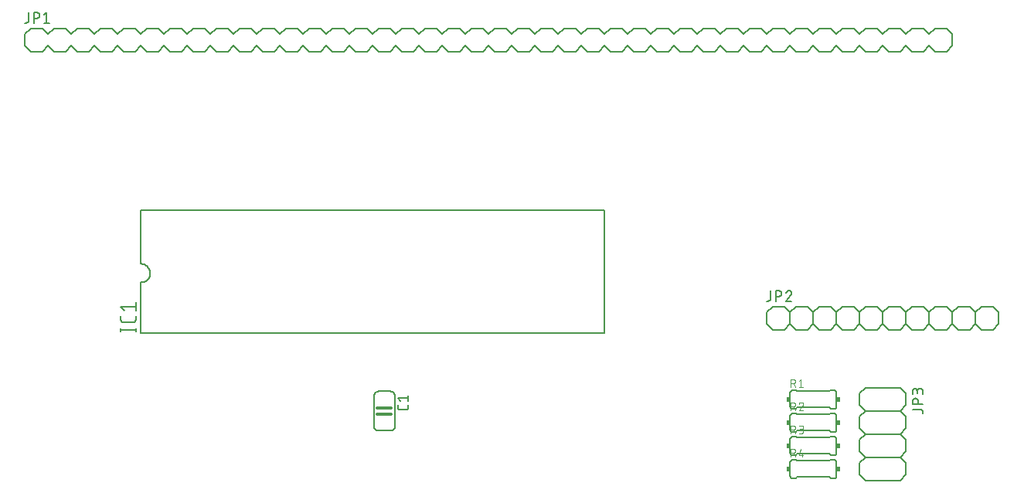
<source format=gbr>
G04 EAGLE Gerber RS-274X export*
G75*
%MOMM*%
%FSLAX34Y34*%
%LPD*%
%INSilkscreen Top*%
%IPPOS*%
%AMOC8*
5,1,8,0,0,1.08239X$1,22.5*%
G01*
%ADD10C,0.152400*%
%ADD11C,0.127000*%
%ADD12C,0.304800*%
%ADD13R,0.381000X0.508000*%
%ADD14C,0.101600*%


D10*
X673100Y791210D02*
X165100Y791210D01*
X165100Y656590D02*
X673100Y656590D01*
X673100Y791210D01*
X165100Y791210D02*
X165100Y732790D01*
X165100Y712470D02*
X165100Y656590D01*
X165100Y712470D02*
X165347Y712473D01*
X165595Y712482D01*
X165842Y712497D01*
X166088Y712518D01*
X166334Y712545D01*
X166579Y712578D01*
X166824Y712617D01*
X167067Y712662D01*
X167309Y712713D01*
X167550Y712770D01*
X167789Y712832D01*
X168027Y712901D01*
X168263Y712975D01*
X168497Y713055D01*
X168729Y713140D01*
X168959Y713232D01*
X169187Y713328D01*
X169412Y713431D01*
X169635Y713538D01*
X169855Y713652D01*
X170072Y713770D01*
X170287Y713894D01*
X170498Y714023D01*
X170706Y714157D01*
X170911Y714296D01*
X171112Y714440D01*
X171310Y714588D01*
X171504Y714742D01*
X171694Y714900D01*
X171880Y715063D01*
X172062Y715230D01*
X172240Y715402D01*
X172414Y715578D01*
X172584Y715758D01*
X172749Y715943D01*
X172909Y716131D01*
X173065Y716323D01*
X173217Y716519D01*
X173363Y716718D01*
X173505Y716921D01*
X173641Y717128D01*
X173773Y717337D01*
X173899Y717550D01*
X174020Y717766D01*
X174136Y717984D01*
X174246Y718206D01*
X174351Y718430D01*
X174451Y718656D01*
X174545Y718885D01*
X174633Y719116D01*
X174716Y719350D01*
X174793Y719585D01*
X174864Y719822D01*
X174930Y720060D01*
X174989Y720300D01*
X175043Y720542D01*
X175091Y720785D01*
X175133Y721028D01*
X175169Y721273D01*
X175199Y721519D01*
X175223Y721765D01*
X175241Y722012D01*
X175253Y722259D01*
X175259Y722506D01*
X175259Y722754D01*
X175253Y723001D01*
X175241Y723248D01*
X175223Y723495D01*
X175199Y723741D01*
X175169Y723987D01*
X175133Y724232D01*
X175091Y724475D01*
X175043Y724718D01*
X174989Y724960D01*
X174930Y725200D01*
X174864Y725438D01*
X174793Y725675D01*
X174716Y725910D01*
X174633Y726144D01*
X174545Y726375D01*
X174451Y726604D01*
X174351Y726830D01*
X174246Y727054D01*
X174136Y727276D01*
X174020Y727494D01*
X173899Y727710D01*
X173773Y727923D01*
X173641Y728132D01*
X173505Y728339D01*
X173363Y728542D01*
X173217Y728741D01*
X173065Y728937D01*
X172909Y729129D01*
X172749Y729317D01*
X172584Y729502D01*
X172414Y729682D01*
X172240Y729858D01*
X172062Y730030D01*
X171880Y730197D01*
X171694Y730360D01*
X171504Y730518D01*
X171310Y730672D01*
X171112Y730820D01*
X170911Y730964D01*
X170706Y731103D01*
X170498Y731237D01*
X170287Y731366D01*
X170072Y731490D01*
X169855Y731608D01*
X169635Y731722D01*
X169412Y731829D01*
X169187Y731932D01*
X168959Y732028D01*
X168729Y732120D01*
X168497Y732205D01*
X168263Y732285D01*
X168027Y732359D01*
X167789Y732428D01*
X167550Y732490D01*
X167309Y732547D01*
X167067Y732598D01*
X166824Y732643D01*
X166579Y732682D01*
X166334Y732715D01*
X166088Y732742D01*
X165842Y732763D01*
X165595Y732778D01*
X165347Y732787D01*
X165100Y732790D01*
X159258Y660428D02*
X143002Y660428D01*
X159258Y658622D02*
X159258Y662234D01*
X143002Y662234D02*
X143002Y658622D01*
X159258Y671991D02*
X159258Y675603D01*
X159258Y671991D02*
X159256Y671873D01*
X159250Y671755D01*
X159241Y671637D01*
X159227Y671520D01*
X159210Y671403D01*
X159189Y671286D01*
X159164Y671171D01*
X159135Y671056D01*
X159102Y670942D01*
X159066Y670830D01*
X159026Y670719D01*
X158983Y670609D01*
X158936Y670500D01*
X158886Y670393D01*
X158831Y670288D01*
X158774Y670185D01*
X158713Y670084D01*
X158649Y669984D01*
X158582Y669887D01*
X158512Y669792D01*
X158438Y669700D01*
X158362Y669609D01*
X158282Y669522D01*
X158200Y669437D01*
X158115Y669355D01*
X158028Y669275D01*
X157937Y669199D01*
X157845Y669125D01*
X157750Y669055D01*
X157653Y668988D01*
X157553Y668924D01*
X157452Y668863D01*
X157349Y668806D01*
X157244Y668751D01*
X157137Y668701D01*
X157028Y668654D01*
X156918Y668611D01*
X156807Y668571D01*
X156695Y668535D01*
X156581Y668502D01*
X156466Y668473D01*
X156351Y668448D01*
X156234Y668427D01*
X156117Y668410D01*
X156000Y668396D01*
X155882Y668387D01*
X155764Y668381D01*
X155646Y668379D01*
X155646Y668378D02*
X146614Y668378D01*
X146496Y668380D01*
X146378Y668386D01*
X146260Y668395D01*
X146142Y668409D01*
X146025Y668426D01*
X145909Y668447D01*
X145794Y668472D01*
X145679Y668501D01*
X145565Y668534D01*
X145453Y668570D01*
X145341Y668610D01*
X145231Y668653D01*
X145123Y668700D01*
X145016Y668751D01*
X144911Y668805D01*
X144808Y668862D01*
X144706Y668923D01*
X144607Y668987D01*
X144510Y669054D01*
X144415Y669125D01*
X144322Y669198D01*
X144232Y669275D01*
X144144Y669354D01*
X144059Y669436D01*
X143977Y669521D01*
X143898Y669609D01*
X143821Y669699D01*
X143748Y669792D01*
X143677Y669886D01*
X143610Y669984D01*
X143546Y670083D01*
X143485Y670184D01*
X143428Y670288D01*
X143374Y670393D01*
X143323Y670500D01*
X143276Y670608D01*
X143233Y670718D01*
X143193Y670830D01*
X143157Y670942D01*
X143124Y671056D01*
X143095Y671171D01*
X143070Y671286D01*
X143049Y671402D01*
X143032Y671519D01*
X143018Y671637D01*
X143009Y671755D01*
X143003Y671873D01*
X143001Y671991D01*
X143002Y671991D02*
X143002Y675603D01*
X146614Y681444D02*
X143002Y685959D01*
X159258Y685959D01*
X159258Y681444D02*
X159258Y690475D01*
X501650Y990600D02*
X514350Y990600D01*
X520700Y984250D01*
X520700Y971550D02*
X514350Y965200D01*
X476250Y990600D02*
X469900Y984250D01*
X476250Y990600D02*
X488950Y990600D01*
X495300Y984250D01*
X495300Y971550D02*
X488950Y965200D01*
X476250Y965200D01*
X469900Y971550D01*
X495300Y984250D02*
X501650Y990600D01*
X495300Y971550D02*
X501650Y965200D01*
X514350Y965200D01*
X438150Y990600D02*
X425450Y990600D01*
X438150Y990600D02*
X444500Y984250D01*
X444500Y971550D02*
X438150Y965200D01*
X444500Y984250D02*
X450850Y990600D01*
X463550Y990600D01*
X469900Y984250D01*
X469900Y971550D02*
X463550Y965200D01*
X450850Y965200D01*
X444500Y971550D01*
X400050Y990600D02*
X393700Y984250D01*
X400050Y990600D02*
X412750Y990600D01*
X419100Y984250D01*
X419100Y971550D02*
X412750Y965200D01*
X400050Y965200D01*
X393700Y971550D01*
X419100Y984250D02*
X425450Y990600D01*
X419100Y971550D02*
X425450Y965200D01*
X438150Y965200D01*
X361950Y990600D02*
X349250Y990600D01*
X361950Y990600D02*
X368300Y984250D01*
X368300Y971550D02*
X361950Y965200D01*
X368300Y984250D02*
X374650Y990600D01*
X387350Y990600D01*
X393700Y984250D01*
X393700Y971550D02*
X387350Y965200D01*
X374650Y965200D01*
X368300Y971550D01*
X323850Y990600D02*
X317500Y984250D01*
X323850Y990600D02*
X336550Y990600D01*
X342900Y984250D01*
X342900Y971550D02*
X336550Y965200D01*
X323850Y965200D01*
X317500Y971550D01*
X342900Y984250D02*
X349250Y990600D01*
X342900Y971550D02*
X349250Y965200D01*
X361950Y965200D01*
X285750Y990600D02*
X273050Y990600D01*
X285750Y990600D02*
X292100Y984250D01*
X292100Y971550D02*
X285750Y965200D01*
X292100Y984250D02*
X298450Y990600D01*
X311150Y990600D01*
X317500Y984250D01*
X317500Y971550D02*
X311150Y965200D01*
X298450Y965200D01*
X292100Y971550D01*
X247650Y990600D02*
X241300Y984250D01*
X247650Y990600D02*
X260350Y990600D01*
X266700Y984250D01*
X266700Y971550D02*
X260350Y965200D01*
X247650Y965200D01*
X241300Y971550D01*
X266700Y984250D02*
X273050Y990600D01*
X266700Y971550D02*
X273050Y965200D01*
X285750Y965200D01*
X209550Y990600D02*
X196850Y990600D01*
X209550Y990600D02*
X215900Y984250D01*
X215900Y971550D02*
X209550Y965200D01*
X215900Y984250D02*
X222250Y990600D01*
X234950Y990600D01*
X241300Y984250D01*
X241300Y971550D02*
X234950Y965200D01*
X222250Y965200D01*
X215900Y971550D01*
X171450Y990600D02*
X165100Y984250D01*
X171450Y990600D02*
X184150Y990600D01*
X190500Y984250D01*
X190500Y971550D02*
X184150Y965200D01*
X171450Y965200D01*
X165100Y971550D01*
X190500Y984250D02*
X196850Y990600D01*
X190500Y971550D02*
X196850Y965200D01*
X209550Y965200D01*
X133350Y990600D02*
X120650Y990600D01*
X133350Y990600D02*
X139700Y984250D01*
X139700Y971550D02*
X133350Y965200D01*
X139700Y984250D02*
X146050Y990600D01*
X158750Y990600D01*
X165100Y984250D01*
X165100Y971550D02*
X158750Y965200D01*
X146050Y965200D01*
X139700Y971550D01*
X95250Y990600D02*
X88900Y984250D01*
X95250Y990600D02*
X107950Y990600D01*
X114300Y984250D01*
X114300Y971550D02*
X107950Y965200D01*
X95250Y965200D01*
X88900Y971550D01*
X114300Y984250D02*
X120650Y990600D01*
X114300Y971550D02*
X120650Y965200D01*
X133350Y965200D01*
X57150Y990600D02*
X44450Y990600D01*
X57150Y990600D02*
X63500Y984250D01*
X63500Y971550D02*
X57150Y965200D01*
X63500Y984250D02*
X69850Y990600D01*
X82550Y990600D01*
X88900Y984250D01*
X88900Y971550D02*
X82550Y965200D01*
X69850Y965200D01*
X63500Y971550D01*
X38100Y971550D02*
X38100Y984250D01*
X44450Y990600D01*
X38100Y971550D02*
X44450Y965200D01*
X57150Y965200D01*
X527050Y990600D02*
X539750Y990600D01*
X546100Y984250D01*
X546100Y971550D02*
X539750Y965200D01*
X520700Y984250D02*
X527050Y990600D01*
X520700Y971550D02*
X527050Y965200D01*
X539750Y965200D01*
X552450Y990600D02*
X565150Y990600D01*
X571500Y984250D01*
X571500Y971550D02*
X565150Y965200D01*
X546100Y984250D02*
X552450Y990600D01*
X546100Y971550D02*
X552450Y965200D01*
X565150Y965200D01*
X577850Y990600D02*
X590550Y990600D01*
X596900Y984250D01*
X596900Y971550D02*
X590550Y965200D01*
X571500Y984250D02*
X577850Y990600D01*
X571500Y971550D02*
X577850Y965200D01*
X590550Y965200D01*
X603250Y990600D02*
X615950Y990600D01*
X622300Y984250D01*
X622300Y971550D02*
X615950Y965200D01*
X596900Y984250D02*
X603250Y990600D01*
X596900Y971550D02*
X603250Y965200D01*
X615950Y965200D01*
X628650Y990600D02*
X641350Y990600D01*
X647700Y984250D01*
X647700Y971550D02*
X641350Y965200D01*
X622300Y984250D02*
X628650Y990600D01*
X622300Y971550D02*
X628650Y965200D01*
X641350Y965200D01*
X654050Y990600D02*
X666750Y990600D01*
X673100Y984250D01*
X673100Y971550D02*
X666750Y965200D01*
X647700Y984250D02*
X654050Y990600D01*
X647700Y971550D02*
X654050Y965200D01*
X666750Y965200D01*
X679450Y990600D02*
X692150Y990600D01*
X698500Y984250D01*
X698500Y971550D02*
X692150Y965200D01*
X673100Y984250D02*
X679450Y990600D01*
X673100Y971550D02*
X679450Y965200D01*
X692150Y965200D01*
X704850Y990600D02*
X717550Y990600D01*
X723900Y984250D01*
X723900Y971550D02*
X717550Y965200D01*
X698500Y984250D02*
X704850Y990600D01*
X698500Y971550D02*
X704850Y965200D01*
X717550Y965200D01*
X730250Y990600D02*
X742950Y990600D01*
X749300Y984250D01*
X749300Y971550D02*
X742950Y965200D01*
X723900Y984250D02*
X730250Y990600D01*
X723900Y971550D02*
X730250Y965200D01*
X742950Y965200D01*
X755650Y990600D02*
X768350Y990600D01*
X774700Y984250D01*
X774700Y971550D02*
X768350Y965200D01*
X749300Y984250D02*
X755650Y990600D01*
X749300Y971550D02*
X755650Y965200D01*
X768350Y965200D01*
X781050Y990600D02*
X793750Y990600D01*
X800100Y984250D01*
X800100Y971550D02*
X793750Y965200D01*
X774700Y984250D02*
X781050Y990600D01*
X774700Y971550D02*
X781050Y965200D01*
X793750Y965200D01*
X1035050Y990600D02*
X1047750Y990600D01*
X1009650Y990600D02*
X1003300Y984250D01*
X1009650Y990600D02*
X1022350Y990600D01*
X1028700Y984250D01*
X1028700Y971550D02*
X1022350Y965200D01*
X1009650Y965200D01*
X1003300Y971550D01*
X1028700Y984250D02*
X1035050Y990600D01*
X1028700Y971550D02*
X1035050Y965200D01*
X1047750Y965200D01*
X971550Y990600D02*
X958850Y990600D01*
X971550Y990600D02*
X977900Y984250D01*
X977900Y971550D02*
X971550Y965200D01*
X977900Y984250D02*
X984250Y990600D01*
X996950Y990600D01*
X1003300Y984250D01*
X1003300Y971550D02*
X996950Y965200D01*
X984250Y965200D01*
X977900Y971550D01*
X933450Y990600D02*
X927100Y984250D01*
X933450Y990600D02*
X946150Y990600D01*
X952500Y984250D01*
X952500Y971550D02*
X946150Y965200D01*
X933450Y965200D01*
X927100Y971550D01*
X952500Y984250D02*
X958850Y990600D01*
X952500Y971550D02*
X958850Y965200D01*
X971550Y965200D01*
X895350Y990600D02*
X882650Y990600D01*
X895350Y990600D02*
X901700Y984250D01*
X901700Y971550D02*
X895350Y965200D01*
X901700Y984250D02*
X908050Y990600D01*
X920750Y990600D01*
X927100Y984250D01*
X927100Y971550D02*
X920750Y965200D01*
X908050Y965200D01*
X901700Y971550D01*
X857250Y990600D02*
X850900Y984250D01*
X857250Y990600D02*
X869950Y990600D01*
X876300Y984250D01*
X876300Y971550D02*
X869950Y965200D01*
X857250Y965200D01*
X850900Y971550D01*
X876300Y984250D02*
X882650Y990600D01*
X876300Y971550D02*
X882650Y965200D01*
X895350Y965200D01*
X819150Y990600D02*
X806450Y990600D01*
X819150Y990600D02*
X825500Y984250D01*
X825500Y971550D02*
X819150Y965200D01*
X825500Y984250D02*
X831850Y990600D01*
X844550Y990600D01*
X850900Y984250D01*
X850900Y971550D02*
X844550Y965200D01*
X831850Y965200D01*
X825500Y971550D01*
X806450Y990600D02*
X800100Y984250D01*
X800100Y971550D02*
X806450Y965200D01*
X819150Y965200D01*
X1054100Y971550D02*
X1054100Y984250D01*
X1047750Y990600D01*
X1054100Y971550D02*
X1047750Y965200D01*
D11*
X41783Y999363D02*
X41783Y1008253D01*
X41783Y999363D02*
X41781Y999263D01*
X41775Y999164D01*
X41765Y999064D01*
X41752Y998966D01*
X41734Y998867D01*
X41713Y998770D01*
X41688Y998674D01*
X41659Y998578D01*
X41626Y998484D01*
X41590Y998391D01*
X41550Y998300D01*
X41506Y998210D01*
X41459Y998122D01*
X41409Y998036D01*
X41355Y997952D01*
X41298Y997870D01*
X41238Y997791D01*
X41174Y997713D01*
X41108Y997639D01*
X41039Y997567D01*
X40967Y997498D01*
X40893Y997432D01*
X40815Y997368D01*
X40736Y997308D01*
X40654Y997251D01*
X40570Y997197D01*
X40484Y997147D01*
X40396Y997100D01*
X40306Y997056D01*
X40215Y997016D01*
X40122Y996980D01*
X40028Y996947D01*
X39932Y996918D01*
X39836Y996893D01*
X39739Y996872D01*
X39640Y996854D01*
X39542Y996841D01*
X39442Y996831D01*
X39343Y996825D01*
X39243Y996823D01*
X37973Y996823D01*
X47763Y996823D02*
X47763Y1008253D01*
X50938Y1008253D01*
X51049Y1008251D01*
X51159Y1008245D01*
X51270Y1008236D01*
X51380Y1008222D01*
X51489Y1008205D01*
X51598Y1008184D01*
X51706Y1008159D01*
X51813Y1008130D01*
X51919Y1008098D01*
X52024Y1008062D01*
X52127Y1008022D01*
X52229Y1007979D01*
X52330Y1007932D01*
X52429Y1007881D01*
X52526Y1007828D01*
X52620Y1007771D01*
X52713Y1007710D01*
X52804Y1007647D01*
X52893Y1007580D01*
X52979Y1007510D01*
X53062Y1007437D01*
X53144Y1007362D01*
X53222Y1007284D01*
X53297Y1007202D01*
X53370Y1007119D01*
X53440Y1007033D01*
X53507Y1006944D01*
X53570Y1006853D01*
X53631Y1006760D01*
X53688Y1006665D01*
X53741Y1006569D01*
X53792Y1006470D01*
X53839Y1006369D01*
X53882Y1006267D01*
X53922Y1006164D01*
X53958Y1006059D01*
X53990Y1005953D01*
X54019Y1005846D01*
X54044Y1005738D01*
X54065Y1005629D01*
X54082Y1005520D01*
X54096Y1005410D01*
X54105Y1005299D01*
X54111Y1005189D01*
X54113Y1005078D01*
X54111Y1004967D01*
X54105Y1004857D01*
X54096Y1004746D01*
X54082Y1004636D01*
X54065Y1004527D01*
X54044Y1004418D01*
X54019Y1004310D01*
X53990Y1004203D01*
X53958Y1004097D01*
X53922Y1003992D01*
X53882Y1003889D01*
X53839Y1003787D01*
X53792Y1003686D01*
X53741Y1003587D01*
X53688Y1003491D01*
X53631Y1003396D01*
X53570Y1003303D01*
X53507Y1003212D01*
X53440Y1003123D01*
X53370Y1003037D01*
X53297Y1002954D01*
X53222Y1002872D01*
X53144Y1002794D01*
X53062Y1002719D01*
X52979Y1002646D01*
X52893Y1002576D01*
X52804Y1002509D01*
X52713Y1002446D01*
X52620Y1002385D01*
X52525Y1002328D01*
X52429Y1002275D01*
X52330Y1002224D01*
X52229Y1002177D01*
X52127Y1002134D01*
X52024Y1002094D01*
X51919Y1002058D01*
X51813Y1002026D01*
X51706Y1001997D01*
X51598Y1001972D01*
X51489Y1001951D01*
X51380Y1001934D01*
X51270Y1001920D01*
X51159Y1001911D01*
X51049Y1001905D01*
X50938Y1001903D01*
X47763Y1001903D01*
X58622Y1005713D02*
X61797Y1008253D01*
X61797Y996823D01*
X58622Y996823D02*
X64972Y996823D01*
D10*
X1054100Y679450D02*
X1060450Y685800D01*
X1073150Y685800D01*
X1079500Y679450D01*
X1079500Y666750D01*
X1073150Y660400D01*
X1060450Y660400D01*
X1054100Y666750D01*
X1022350Y685800D02*
X1009650Y685800D01*
X1022350Y685800D02*
X1028700Y679450D01*
X1028700Y666750D01*
X1022350Y660400D01*
X1028700Y679450D02*
X1035050Y685800D01*
X1047750Y685800D01*
X1054100Y679450D01*
X1054100Y666750D01*
X1047750Y660400D01*
X1035050Y660400D01*
X1028700Y666750D01*
X984250Y685800D02*
X977900Y679450D01*
X984250Y685800D02*
X996950Y685800D01*
X1003300Y679450D01*
X1003300Y666750D01*
X996950Y660400D01*
X984250Y660400D01*
X977900Y666750D01*
X1003300Y679450D02*
X1009650Y685800D01*
X1003300Y666750D02*
X1009650Y660400D01*
X1022350Y660400D01*
X946150Y685800D02*
X933450Y685800D01*
X946150Y685800D02*
X952500Y679450D01*
X952500Y666750D01*
X946150Y660400D01*
X952500Y679450D02*
X958850Y685800D01*
X971550Y685800D01*
X977900Y679450D01*
X977900Y666750D01*
X971550Y660400D01*
X958850Y660400D01*
X952500Y666750D01*
X908050Y685800D02*
X901700Y679450D01*
X908050Y685800D02*
X920750Y685800D01*
X927100Y679450D01*
X927100Y666750D01*
X920750Y660400D01*
X908050Y660400D01*
X901700Y666750D01*
X927100Y679450D02*
X933450Y685800D01*
X927100Y666750D02*
X933450Y660400D01*
X946150Y660400D01*
X869950Y685800D02*
X857250Y685800D01*
X869950Y685800D02*
X876300Y679450D01*
X876300Y666750D01*
X869950Y660400D01*
X876300Y679450D02*
X882650Y685800D01*
X895350Y685800D01*
X901700Y679450D01*
X901700Y666750D01*
X895350Y660400D01*
X882650Y660400D01*
X876300Y666750D01*
X850900Y666750D02*
X850900Y679450D01*
X857250Y685800D01*
X850900Y666750D02*
X857250Y660400D01*
X869950Y660400D01*
X1085850Y685800D02*
X1098550Y685800D01*
X1104900Y679450D01*
X1104900Y666750D01*
X1098550Y660400D01*
X1079500Y679450D02*
X1085850Y685800D01*
X1079500Y666750D02*
X1085850Y660400D01*
X1098550Y660400D01*
D11*
X854583Y694563D02*
X854583Y703453D01*
X854583Y694563D02*
X854581Y694463D01*
X854575Y694364D01*
X854565Y694264D01*
X854552Y694166D01*
X854534Y694067D01*
X854513Y693970D01*
X854488Y693874D01*
X854459Y693778D01*
X854426Y693684D01*
X854390Y693591D01*
X854350Y693500D01*
X854306Y693410D01*
X854259Y693322D01*
X854209Y693236D01*
X854155Y693152D01*
X854098Y693070D01*
X854038Y692991D01*
X853974Y692913D01*
X853908Y692839D01*
X853839Y692767D01*
X853767Y692698D01*
X853693Y692632D01*
X853615Y692568D01*
X853536Y692508D01*
X853454Y692451D01*
X853370Y692397D01*
X853284Y692347D01*
X853196Y692300D01*
X853106Y692256D01*
X853015Y692216D01*
X852922Y692180D01*
X852828Y692147D01*
X852732Y692118D01*
X852636Y692093D01*
X852539Y692072D01*
X852440Y692054D01*
X852342Y692041D01*
X852242Y692031D01*
X852143Y692025D01*
X852043Y692023D01*
X850773Y692023D01*
X860563Y692023D02*
X860563Y703453D01*
X863738Y703453D01*
X863849Y703451D01*
X863959Y703445D01*
X864070Y703436D01*
X864180Y703422D01*
X864289Y703405D01*
X864398Y703384D01*
X864506Y703359D01*
X864613Y703330D01*
X864719Y703298D01*
X864824Y703262D01*
X864927Y703222D01*
X865029Y703179D01*
X865130Y703132D01*
X865229Y703081D01*
X865326Y703028D01*
X865420Y702971D01*
X865513Y702910D01*
X865604Y702847D01*
X865693Y702780D01*
X865779Y702710D01*
X865862Y702637D01*
X865944Y702562D01*
X866022Y702484D01*
X866097Y702402D01*
X866170Y702319D01*
X866240Y702233D01*
X866307Y702144D01*
X866370Y702053D01*
X866431Y701960D01*
X866488Y701865D01*
X866541Y701769D01*
X866592Y701670D01*
X866639Y701569D01*
X866682Y701467D01*
X866722Y701364D01*
X866758Y701259D01*
X866790Y701153D01*
X866819Y701046D01*
X866844Y700938D01*
X866865Y700829D01*
X866882Y700720D01*
X866896Y700610D01*
X866905Y700499D01*
X866911Y700389D01*
X866913Y700278D01*
X866911Y700167D01*
X866905Y700057D01*
X866896Y699946D01*
X866882Y699836D01*
X866865Y699727D01*
X866844Y699618D01*
X866819Y699510D01*
X866790Y699403D01*
X866758Y699297D01*
X866722Y699192D01*
X866682Y699089D01*
X866639Y698987D01*
X866592Y698886D01*
X866541Y698787D01*
X866488Y698691D01*
X866431Y698596D01*
X866370Y698503D01*
X866307Y698412D01*
X866240Y698323D01*
X866170Y698237D01*
X866097Y698154D01*
X866022Y698072D01*
X865944Y697994D01*
X865862Y697919D01*
X865779Y697846D01*
X865693Y697776D01*
X865604Y697709D01*
X865513Y697646D01*
X865420Y697585D01*
X865326Y697528D01*
X865229Y697475D01*
X865130Y697424D01*
X865029Y697377D01*
X864927Y697334D01*
X864824Y697294D01*
X864719Y697258D01*
X864613Y697226D01*
X864506Y697197D01*
X864398Y697172D01*
X864289Y697151D01*
X864180Y697134D01*
X864070Y697120D01*
X863959Y697111D01*
X863849Y697105D01*
X863738Y697103D01*
X860563Y697103D01*
X874914Y703454D02*
X875018Y703452D01*
X875123Y703446D01*
X875227Y703437D01*
X875330Y703424D01*
X875433Y703406D01*
X875535Y703386D01*
X875637Y703361D01*
X875737Y703333D01*
X875837Y703301D01*
X875935Y703265D01*
X876032Y703226D01*
X876127Y703184D01*
X876221Y703138D01*
X876313Y703088D01*
X876403Y703036D01*
X876491Y702980D01*
X876577Y702920D01*
X876661Y702858D01*
X876742Y702793D01*
X876821Y702725D01*
X876898Y702653D01*
X876971Y702580D01*
X877043Y702503D01*
X877111Y702424D01*
X877176Y702343D01*
X877238Y702259D01*
X877298Y702173D01*
X877354Y702085D01*
X877406Y701995D01*
X877456Y701903D01*
X877502Y701809D01*
X877544Y701714D01*
X877583Y701617D01*
X877619Y701519D01*
X877651Y701419D01*
X877679Y701319D01*
X877704Y701217D01*
X877724Y701115D01*
X877742Y701012D01*
X877755Y700909D01*
X877764Y700805D01*
X877770Y700700D01*
X877772Y700596D01*
X874914Y703453D02*
X874796Y703451D01*
X874677Y703445D01*
X874559Y703436D01*
X874442Y703423D01*
X874325Y703405D01*
X874208Y703385D01*
X874092Y703360D01*
X873977Y703332D01*
X873864Y703299D01*
X873751Y703264D01*
X873639Y703224D01*
X873529Y703182D01*
X873420Y703135D01*
X873312Y703085D01*
X873207Y703032D01*
X873103Y702975D01*
X873001Y702915D01*
X872901Y702852D01*
X872803Y702785D01*
X872707Y702716D01*
X872614Y702643D01*
X872523Y702567D01*
X872434Y702489D01*
X872348Y702407D01*
X872265Y702323D01*
X872184Y702237D01*
X872107Y702147D01*
X872032Y702056D01*
X871960Y701962D01*
X871891Y701865D01*
X871826Y701767D01*
X871763Y701666D01*
X871704Y701563D01*
X871648Y701459D01*
X871596Y701353D01*
X871547Y701245D01*
X871502Y701136D01*
X871460Y701025D01*
X871422Y700913D01*
X876820Y698374D02*
X876896Y698449D01*
X876971Y698528D01*
X877042Y698609D01*
X877111Y698693D01*
X877176Y698779D01*
X877238Y698867D01*
X877298Y698957D01*
X877354Y699049D01*
X877407Y699144D01*
X877456Y699240D01*
X877502Y699338D01*
X877545Y699437D01*
X877584Y699538D01*
X877619Y699640D01*
X877651Y699743D01*
X877679Y699847D01*
X877704Y699952D01*
X877725Y700059D01*
X877742Y700165D01*
X877755Y700272D01*
X877764Y700380D01*
X877770Y700488D01*
X877772Y700596D01*
X876819Y698373D02*
X871422Y692023D01*
X877772Y692023D01*
D10*
X438150Y593090D02*
X425450Y593090D01*
X438150Y593090D02*
X438290Y593088D01*
X438430Y593082D01*
X438570Y593073D01*
X438709Y593059D01*
X438848Y593042D01*
X438986Y593021D01*
X439124Y592996D01*
X439261Y592967D01*
X439397Y592935D01*
X439532Y592898D01*
X439666Y592858D01*
X439799Y592815D01*
X439931Y592767D01*
X440062Y592717D01*
X440191Y592662D01*
X440318Y592604D01*
X440444Y592543D01*
X440568Y592478D01*
X440690Y592409D01*
X440810Y592338D01*
X440928Y592263D01*
X441045Y592185D01*
X441159Y592103D01*
X441270Y592019D01*
X441379Y591931D01*
X441486Y591841D01*
X441591Y591747D01*
X441692Y591651D01*
X441791Y591552D01*
X441887Y591451D01*
X441981Y591346D01*
X442071Y591239D01*
X442159Y591130D01*
X442243Y591019D01*
X442325Y590905D01*
X442403Y590788D01*
X442478Y590670D01*
X442549Y590550D01*
X442618Y590428D01*
X442683Y590304D01*
X442744Y590178D01*
X442802Y590051D01*
X442857Y589922D01*
X442907Y589791D01*
X442955Y589659D01*
X442998Y589526D01*
X443038Y589392D01*
X443075Y589257D01*
X443107Y589121D01*
X443136Y588984D01*
X443161Y588846D01*
X443182Y588708D01*
X443199Y588569D01*
X443213Y588430D01*
X443222Y588290D01*
X443228Y588150D01*
X443230Y588010D01*
X425450Y593090D02*
X425310Y593088D01*
X425170Y593082D01*
X425030Y593073D01*
X424891Y593059D01*
X424752Y593042D01*
X424614Y593021D01*
X424476Y592996D01*
X424339Y592967D01*
X424203Y592935D01*
X424068Y592898D01*
X423934Y592858D01*
X423801Y592815D01*
X423669Y592767D01*
X423538Y592717D01*
X423409Y592662D01*
X423282Y592604D01*
X423156Y592543D01*
X423032Y592478D01*
X422910Y592409D01*
X422790Y592338D01*
X422672Y592263D01*
X422555Y592185D01*
X422441Y592103D01*
X422330Y592019D01*
X422221Y591931D01*
X422114Y591841D01*
X422009Y591747D01*
X421908Y591651D01*
X421809Y591552D01*
X421713Y591451D01*
X421619Y591346D01*
X421529Y591239D01*
X421441Y591130D01*
X421357Y591019D01*
X421275Y590905D01*
X421197Y590788D01*
X421122Y590670D01*
X421051Y590550D01*
X420982Y590428D01*
X420917Y590304D01*
X420856Y590178D01*
X420798Y590051D01*
X420743Y589922D01*
X420693Y589791D01*
X420645Y589659D01*
X420602Y589526D01*
X420562Y589392D01*
X420525Y589257D01*
X420493Y589121D01*
X420464Y588984D01*
X420439Y588846D01*
X420418Y588708D01*
X420401Y588569D01*
X420387Y588430D01*
X420378Y588290D01*
X420372Y588150D01*
X420370Y588010D01*
X443230Y588010D02*
X443230Y554990D01*
X438150Y549910D02*
X425450Y549910D01*
X420370Y554990D02*
X420370Y588010D01*
X443230Y554990D02*
X443228Y554850D01*
X443222Y554710D01*
X443213Y554570D01*
X443199Y554431D01*
X443182Y554292D01*
X443161Y554154D01*
X443136Y554016D01*
X443107Y553879D01*
X443075Y553743D01*
X443038Y553608D01*
X442998Y553474D01*
X442955Y553341D01*
X442907Y553209D01*
X442857Y553078D01*
X442802Y552949D01*
X442744Y552822D01*
X442683Y552696D01*
X442618Y552572D01*
X442549Y552450D01*
X442478Y552330D01*
X442403Y552212D01*
X442325Y552095D01*
X442243Y551981D01*
X442159Y551870D01*
X442071Y551761D01*
X441981Y551654D01*
X441887Y551549D01*
X441791Y551448D01*
X441692Y551349D01*
X441591Y551253D01*
X441486Y551159D01*
X441379Y551069D01*
X441270Y550981D01*
X441159Y550897D01*
X441045Y550815D01*
X440928Y550737D01*
X440810Y550662D01*
X440690Y550591D01*
X440568Y550522D01*
X440444Y550457D01*
X440318Y550396D01*
X440191Y550338D01*
X440062Y550283D01*
X439931Y550233D01*
X439799Y550185D01*
X439666Y550142D01*
X439532Y550102D01*
X439397Y550065D01*
X439261Y550033D01*
X439124Y550004D01*
X438986Y549979D01*
X438848Y549958D01*
X438709Y549941D01*
X438570Y549927D01*
X438430Y549918D01*
X438290Y549912D01*
X438150Y549910D01*
X425450Y549910D02*
X425310Y549912D01*
X425170Y549918D01*
X425030Y549927D01*
X424891Y549941D01*
X424752Y549958D01*
X424614Y549979D01*
X424476Y550004D01*
X424339Y550033D01*
X424203Y550065D01*
X424068Y550102D01*
X423934Y550142D01*
X423801Y550185D01*
X423669Y550233D01*
X423538Y550283D01*
X423409Y550338D01*
X423282Y550396D01*
X423156Y550457D01*
X423032Y550522D01*
X422910Y550591D01*
X422790Y550662D01*
X422672Y550737D01*
X422555Y550815D01*
X422441Y550897D01*
X422330Y550981D01*
X422221Y551069D01*
X422114Y551159D01*
X422009Y551253D01*
X421908Y551349D01*
X421809Y551448D01*
X421713Y551549D01*
X421619Y551654D01*
X421529Y551761D01*
X421441Y551870D01*
X421357Y551981D01*
X421275Y552095D01*
X421197Y552212D01*
X421122Y552330D01*
X421051Y552450D01*
X420982Y552572D01*
X420917Y552696D01*
X420856Y552822D01*
X420798Y552949D01*
X420743Y553078D01*
X420693Y553209D01*
X420645Y553341D01*
X420602Y553474D01*
X420562Y553608D01*
X420525Y553743D01*
X420493Y553879D01*
X420464Y554016D01*
X420439Y554154D01*
X420418Y554292D01*
X420401Y554431D01*
X420387Y554570D01*
X420378Y554710D01*
X420372Y554850D01*
X420370Y554990D01*
D12*
X424180Y574548D02*
X439420Y574548D01*
X439420Y568198D02*
X424180Y568198D01*
D11*
X457835Y575273D02*
X457835Y577813D01*
X457835Y575273D02*
X457833Y575173D01*
X457827Y575074D01*
X457817Y574974D01*
X457804Y574876D01*
X457786Y574777D01*
X457765Y574680D01*
X457740Y574584D01*
X457711Y574488D01*
X457678Y574394D01*
X457642Y574301D01*
X457602Y574210D01*
X457558Y574120D01*
X457511Y574032D01*
X457461Y573946D01*
X457407Y573862D01*
X457350Y573780D01*
X457290Y573701D01*
X457226Y573623D01*
X457160Y573549D01*
X457091Y573477D01*
X457019Y573408D01*
X456945Y573342D01*
X456867Y573278D01*
X456788Y573218D01*
X456706Y573161D01*
X456622Y573107D01*
X456536Y573057D01*
X456448Y573010D01*
X456358Y572966D01*
X456267Y572926D01*
X456174Y572890D01*
X456080Y572857D01*
X455984Y572828D01*
X455888Y572803D01*
X455791Y572782D01*
X455692Y572764D01*
X455594Y572751D01*
X455494Y572741D01*
X455395Y572735D01*
X455295Y572733D01*
X448945Y572733D01*
X448845Y572735D01*
X448746Y572741D01*
X448646Y572751D01*
X448548Y572764D01*
X448449Y572782D01*
X448352Y572803D01*
X448256Y572828D01*
X448160Y572857D01*
X448066Y572890D01*
X447973Y572926D01*
X447882Y572966D01*
X447792Y573010D01*
X447704Y573057D01*
X447618Y573107D01*
X447534Y573161D01*
X447452Y573218D01*
X447373Y573278D01*
X447295Y573342D01*
X447221Y573408D01*
X447149Y573477D01*
X447080Y573549D01*
X447014Y573623D01*
X446950Y573701D01*
X446890Y573780D01*
X446833Y573862D01*
X446779Y573946D01*
X446729Y574032D01*
X446682Y574120D01*
X446638Y574210D01*
X446598Y574301D01*
X446562Y574394D01*
X446529Y574488D01*
X446500Y574584D01*
X446475Y574680D01*
X446454Y574777D01*
X446436Y574876D01*
X446423Y574974D01*
X446413Y575074D01*
X446407Y575173D01*
X446405Y575273D01*
X446405Y577813D01*
X448945Y582295D02*
X446405Y585470D01*
X457835Y585470D01*
X457835Y582295D02*
X457835Y588645D01*
D10*
X876300Y591820D02*
X876302Y591920D01*
X876308Y592019D01*
X876318Y592119D01*
X876331Y592217D01*
X876349Y592316D01*
X876370Y592413D01*
X876395Y592509D01*
X876424Y592605D01*
X876457Y592699D01*
X876493Y592792D01*
X876533Y592883D01*
X876577Y592973D01*
X876624Y593061D01*
X876674Y593147D01*
X876728Y593231D01*
X876785Y593313D01*
X876845Y593392D01*
X876909Y593470D01*
X876975Y593544D01*
X877044Y593616D01*
X877116Y593685D01*
X877190Y593751D01*
X877268Y593815D01*
X877347Y593875D01*
X877429Y593932D01*
X877513Y593986D01*
X877599Y594036D01*
X877687Y594083D01*
X877777Y594127D01*
X877868Y594167D01*
X877961Y594203D01*
X878055Y594236D01*
X878151Y594265D01*
X878247Y594290D01*
X878344Y594311D01*
X878443Y594329D01*
X878541Y594342D01*
X878641Y594352D01*
X878740Y594358D01*
X878840Y594360D01*
X876300Y576580D02*
X876302Y576480D01*
X876308Y576381D01*
X876318Y576281D01*
X876331Y576183D01*
X876349Y576084D01*
X876370Y575987D01*
X876395Y575891D01*
X876424Y575795D01*
X876457Y575701D01*
X876493Y575608D01*
X876533Y575517D01*
X876577Y575427D01*
X876624Y575339D01*
X876674Y575253D01*
X876728Y575169D01*
X876785Y575087D01*
X876845Y575008D01*
X876909Y574930D01*
X876975Y574856D01*
X877044Y574784D01*
X877116Y574715D01*
X877190Y574649D01*
X877268Y574585D01*
X877347Y574525D01*
X877429Y574468D01*
X877513Y574414D01*
X877599Y574364D01*
X877687Y574317D01*
X877777Y574273D01*
X877868Y574233D01*
X877961Y574197D01*
X878055Y574164D01*
X878151Y574135D01*
X878247Y574110D01*
X878344Y574089D01*
X878443Y574071D01*
X878541Y574058D01*
X878641Y574048D01*
X878740Y574042D01*
X878840Y574040D01*
X924560Y574040D02*
X924660Y574042D01*
X924759Y574048D01*
X924859Y574058D01*
X924957Y574071D01*
X925056Y574089D01*
X925153Y574110D01*
X925249Y574135D01*
X925345Y574164D01*
X925439Y574197D01*
X925532Y574233D01*
X925623Y574273D01*
X925713Y574317D01*
X925801Y574364D01*
X925887Y574414D01*
X925971Y574468D01*
X926053Y574525D01*
X926132Y574585D01*
X926210Y574649D01*
X926284Y574715D01*
X926356Y574784D01*
X926425Y574856D01*
X926491Y574930D01*
X926555Y575008D01*
X926615Y575087D01*
X926672Y575169D01*
X926726Y575253D01*
X926776Y575339D01*
X926823Y575427D01*
X926867Y575517D01*
X926907Y575608D01*
X926943Y575701D01*
X926976Y575795D01*
X927005Y575891D01*
X927030Y575987D01*
X927051Y576084D01*
X927069Y576183D01*
X927082Y576281D01*
X927092Y576381D01*
X927098Y576480D01*
X927100Y576580D01*
X927100Y591820D02*
X927098Y591920D01*
X927092Y592019D01*
X927082Y592119D01*
X927069Y592217D01*
X927051Y592316D01*
X927030Y592413D01*
X927005Y592509D01*
X926976Y592605D01*
X926943Y592699D01*
X926907Y592792D01*
X926867Y592883D01*
X926823Y592973D01*
X926776Y593061D01*
X926726Y593147D01*
X926672Y593231D01*
X926615Y593313D01*
X926555Y593392D01*
X926491Y593470D01*
X926425Y593544D01*
X926356Y593616D01*
X926284Y593685D01*
X926210Y593751D01*
X926132Y593815D01*
X926053Y593875D01*
X925971Y593932D01*
X925887Y593986D01*
X925801Y594036D01*
X925713Y594083D01*
X925623Y594127D01*
X925532Y594167D01*
X925439Y594203D01*
X925345Y594236D01*
X925249Y594265D01*
X925153Y594290D01*
X925056Y594311D01*
X924957Y594329D01*
X924859Y594342D01*
X924759Y594352D01*
X924660Y594358D01*
X924560Y594360D01*
X876300Y591820D02*
X876300Y576580D01*
X878840Y594360D02*
X882650Y594360D01*
X883920Y593090D01*
X882650Y574040D02*
X878840Y574040D01*
X882650Y574040D02*
X883920Y575310D01*
X919480Y593090D02*
X920750Y594360D01*
X919480Y593090D02*
X883920Y593090D01*
X919480Y575310D02*
X920750Y574040D01*
X919480Y575310D02*
X883920Y575310D01*
X920750Y594360D02*
X924560Y594360D01*
X924560Y574040D02*
X920750Y574040D01*
X927100Y576580D02*
X927100Y591820D01*
D13*
X929005Y584200D03*
X874395Y584200D03*
D14*
X876808Y597662D02*
X876808Y606552D01*
X879277Y606552D01*
X879375Y606550D01*
X879473Y606544D01*
X879571Y606534D01*
X879668Y606521D01*
X879765Y606503D01*
X879861Y606482D01*
X879955Y606457D01*
X880049Y606428D01*
X880142Y606396D01*
X880233Y606359D01*
X880323Y606320D01*
X880411Y606276D01*
X880497Y606229D01*
X880582Y606179D01*
X880664Y606126D01*
X880744Y606069D01*
X880822Y606009D01*
X880897Y605946D01*
X880970Y605880D01*
X881040Y605811D01*
X881107Y605740D01*
X881172Y605666D01*
X881233Y605589D01*
X881292Y605510D01*
X881347Y605429D01*
X881399Y605346D01*
X881447Y605260D01*
X881492Y605173D01*
X881534Y605084D01*
X881572Y604994D01*
X881606Y604902D01*
X881637Y604809D01*
X881664Y604714D01*
X881687Y604619D01*
X881707Y604522D01*
X881722Y604426D01*
X881734Y604328D01*
X881742Y604230D01*
X881746Y604132D01*
X881746Y604034D01*
X881742Y603936D01*
X881734Y603838D01*
X881722Y603740D01*
X881707Y603644D01*
X881687Y603547D01*
X881664Y603452D01*
X881637Y603357D01*
X881606Y603264D01*
X881572Y603172D01*
X881534Y603082D01*
X881492Y602993D01*
X881447Y602906D01*
X881399Y602820D01*
X881347Y602737D01*
X881292Y602656D01*
X881233Y602577D01*
X881172Y602500D01*
X881107Y602426D01*
X881040Y602355D01*
X880970Y602286D01*
X880897Y602220D01*
X880822Y602157D01*
X880744Y602097D01*
X880664Y602040D01*
X880582Y601987D01*
X880497Y601937D01*
X880411Y601890D01*
X880323Y601846D01*
X880233Y601807D01*
X880142Y601770D01*
X880049Y601738D01*
X879955Y601709D01*
X879861Y601684D01*
X879765Y601663D01*
X879668Y601645D01*
X879571Y601632D01*
X879473Y601622D01*
X879375Y601616D01*
X879277Y601614D01*
X879277Y601613D02*
X876808Y601613D01*
X879771Y601613D02*
X881747Y597662D01*
X885658Y604576D02*
X888127Y606552D01*
X888127Y597662D01*
X885658Y597662D02*
X890597Y597662D01*
D10*
X878840Y568960D02*
X878740Y568958D01*
X878641Y568952D01*
X878541Y568942D01*
X878443Y568929D01*
X878344Y568911D01*
X878247Y568890D01*
X878151Y568865D01*
X878055Y568836D01*
X877961Y568803D01*
X877868Y568767D01*
X877777Y568727D01*
X877687Y568683D01*
X877599Y568636D01*
X877513Y568586D01*
X877429Y568532D01*
X877347Y568475D01*
X877268Y568415D01*
X877190Y568351D01*
X877116Y568285D01*
X877044Y568216D01*
X876975Y568144D01*
X876909Y568070D01*
X876845Y567992D01*
X876785Y567913D01*
X876728Y567831D01*
X876674Y567747D01*
X876624Y567661D01*
X876577Y567573D01*
X876533Y567483D01*
X876493Y567392D01*
X876457Y567299D01*
X876424Y567205D01*
X876395Y567109D01*
X876370Y567013D01*
X876349Y566916D01*
X876331Y566817D01*
X876318Y566719D01*
X876308Y566619D01*
X876302Y566520D01*
X876300Y566420D01*
X876300Y551180D02*
X876302Y551080D01*
X876308Y550981D01*
X876318Y550881D01*
X876331Y550783D01*
X876349Y550684D01*
X876370Y550587D01*
X876395Y550491D01*
X876424Y550395D01*
X876457Y550301D01*
X876493Y550208D01*
X876533Y550117D01*
X876577Y550027D01*
X876624Y549939D01*
X876674Y549853D01*
X876728Y549769D01*
X876785Y549687D01*
X876845Y549608D01*
X876909Y549530D01*
X876975Y549456D01*
X877044Y549384D01*
X877116Y549315D01*
X877190Y549249D01*
X877268Y549185D01*
X877347Y549125D01*
X877429Y549068D01*
X877513Y549014D01*
X877599Y548964D01*
X877687Y548917D01*
X877777Y548873D01*
X877868Y548833D01*
X877961Y548797D01*
X878055Y548764D01*
X878151Y548735D01*
X878247Y548710D01*
X878344Y548689D01*
X878443Y548671D01*
X878541Y548658D01*
X878641Y548648D01*
X878740Y548642D01*
X878840Y548640D01*
X924560Y548640D02*
X924660Y548642D01*
X924759Y548648D01*
X924859Y548658D01*
X924957Y548671D01*
X925056Y548689D01*
X925153Y548710D01*
X925249Y548735D01*
X925345Y548764D01*
X925439Y548797D01*
X925532Y548833D01*
X925623Y548873D01*
X925713Y548917D01*
X925801Y548964D01*
X925887Y549014D01*
X925971Y549068D01*
X926053Y549125D01*
X926132Y549185D01*
X926210Y549249D01*
X926284Y549315D01*
X926356Y549384D01*
X926425Y549456D01*
X926491Y549530D01*
X926555Y549608D01*
X926615Y549687D01*
X926672Y549769D01*
X926726Y549853D01*
X926776Y549939D01*
X926823Y550027D01*
X926867Y550117D01*
X926907Y550208D01*
X926943Y550301D01*
X926976Y550395D01*
X927005Y550491D01*
X927030Y550587D01*
X927051Y550684D01*
X927069Y550783D01*
X927082Y550881D01*
X927092Y550981D01*
X927098Y551080D01*
X927100Y551180D01*
X927100Y566420D02*
X927098Y566520D01*
X927092Y566619D01*
X927082Y566719D01*
X927069Y566817D01*
X927051Y566916D01*
X927030Y567013D01*
X927005Y567109D01*
X926976Y567205D01*
X926943Y567299D01*
X926907Y567392D01*
X926867Y567483D01*
X926823Y567573D01*
X926776Y567661D01*
X926726Y567747D01*
X926672Y567831D01*
X926615Y567913D01*
X926555Y567992D01*
X926491Y568070D01*
X926425Y568144D01*
X926356Y568216D01*
X926284Y568285D01*
X926210Y568351D01*
X926132Y568415D01*
X926053Y568475D01*
X925971Y568532D01*
X925887Y568586D01*
X925801Y568636D01*
X925713Y568683D01*
X925623Y568727D01*
X925532Y568767D01*
X925439Y568803D01*
X925345Y568836D01*
X925249Y568865D01*
X925153Y568890D01*
X925056Y568911D01*
X924957Y568929D01*
X924859Y568942D01*
X924759Y568952D01*
X924660Y568958D01*
X924560Y568960D01*
X876300Y566420D02*
X876300Y551180D01*
X878840Y568960D02*
X882650Y568960D01*
X883920Y567690D01*
X882650Y548640D02*
X878840Y548640D01*
X882650Y548640D02*
X883920Y549910D01*
X919480Y567690D02*
X920750Y568960D01*
X919480Y567690D02*
X883920Y567690D01*
X919480Y549910D02*
X920750Y548640D01*
X919480Y549910D02*
X883920Y549910D01*
X920750Y568960D02*
X924560Y568960D01*
X924560Y548640D02*
X920750Y548640D01*
X927100Y551180D02*
X927100Y566420D01*
D13*
X929005Y558800D03*
X874395Y558800D03*
D14*
X876808Y572262D02*
X876808Y581152D01*
X879277Y581152D01*
X879375Y581150D01*
X879473Y581144D01*
X879571Y581134D01*
X879668Y581121D01*
X879765Y581103D01*
X879861Y581082D01*
X879955Y581057D01*
X880049Y581028D01*
X880142Y580996D01*
X880233Y580959D01*
X880323Y580920D01*
X880411Y580876D01*
X880497Y580829D01*
X880582Y580779D01*
X880664Y580726D01*
X880744Y580669D01*
X880822Y580609D01*
X880897Y580546D01*
X880970Y580480D01*
X881040Y580411D01*
X881107Y580340D01*
X881172Y580266D01*
X881233Y580189D01*
X881292Y580110D01*
X881347Y580029D01*
X881399Y579946D01*
X881447Y579860D01*
X881492Y579773D01*
X881534Y579684D01*
X881572Y579594D01*
X881606Y579502D01*
X881637Y579409D01*
X881664Y579314D01*
X881687Y579219D01*
X881707Y579122D01*
X881722Y579026D01*
X881734Y578928D01*
X881742Y578830D01*
X881746Y578732D01*
X881746Y578634D01*
X881742Y578536D01*
X881734Y578438D01*
X881722Y578340D01*
X881707Y578244D01*
X881687Y578147D01*
X881664Y578052D01*
X881637Y577957D01*
X881606Y577864D01*
X881572Y577772D01*
X881534Y577682D01*
X881492Y577593D01*
X881447Y577506D01*
X881399Y577420D01*
X881347Y577337D01*
X881292Y577256D01*
X881233Y577177D01*
X881172Y577100D01*
X881107Y577026D01*
X881040Y576955D01*
X880970Y576886D01*
X880897Y576820D01*
X880822Y576757D01*
X880744Y576697D01*
X880664Y576640D01*
X880582Y576587D01*
X880497Y576537D01*
X880411Y576490D01*
X880323Y576446D01*
X880233Y576407D01*
X880142Y576370D01*
X880049Y576338D01*
X879955Y576309D01*
X879861Y576284D01*
X879765Y576263D01*
X879668Y576245D01*
X879571Y576232D01*
X879473Y576222D01*
X879375Y576216D01*
X879277Y576214D01*
X879277Y576213D02*
X876808Y576213D01*
X879771Y576213D02*
X881747Y572262D01*
X890597Y578930D02*
X890595Y579022D01*
X890589Y579114D01*
X890580Y579205D01*
X890567Y579296D01*
X890550Y579386D01*
X890529Y579476D01*
X890505Y579564D01*
X890477Y579652D01*
X890445Y579738D01*
X890410Y579823D01*
X890371Y579906D01*
X890329Y579988D01*
X890284Y580068D01*
X890235Y580146D01*
X890183Y580222D01*
X890128Y580295D01*
X890070Y580367D01*
X890010Y580436D01*
X889946Y580502D01*
X889880Y580566D01*
X889811Y580626D01*
X889739Y580684D01*
X889666Y580739D01*
X889590Y580791D01*
X889512Y580840D01*
X889432Y580885D01*
X889350Y580927D01*
X889267Y580966D01*
X889182Y581001D01*
X889096Y581033D01*
X889008Y581061D01*
X888920Y581085D01*
X888830Y581106D01*
X888740Y581123D01*
X888649Y581136D01*
X888558Y581145D01*
X888466Y581151D01*
X888374Y581153D01*
X888374Y581152D02*
X888268Y581150D01*
X888163Y581144D01*
X888058Y581134D01*
X887953Y581121D01*
X887849Y581103D01*
X887746Y581082D01*
X887643Y581057D01*
X887541Y581028D01*
X887441Y580995D01*
X887342Y580959D01*
X887244Y580919D01*
X887148Y580875D01*
X887053Y580828D01*
X886961Y580778D01*
X886870Y580724D01*
X886781Y580666D01*
X886695Y580606D01*
X886611Y580542D01*
X886529Y580476D01*
X886449Y580406D01*
X886373Y580333D01*
X886299Y580258D01*
X886228Y580180D01*
X886160Y580099D01*
X886094Y580016D01*
X886032Y579930D01*
X885974Y579843D01*
X885918Y579753D01*
X885866Y579661D01*
X885817Y579567D01*
X885772Y579472D01*
X885730Y579375D01*
X885692Y579276D01*
X885658Y579177D01*
X889856Y577201D02*
X889925Y577270D01*
X889991Y577340D01*
X890054Y577414D01*
X890113Y577490D01*
X890170Y577568D01*
X890224Y577648D01*
X890274Y577731D01*
X890321Y577815D01*
X890364Y577902D01*
X890404Y577990D01*
X890440Y578079D01*
X890473Y578170D01*
X890502Y578262D01*
X890527Y578356D01*
X890548Y578450D01*
X890566Y578545D01*
X890579Y578641D01*
X890589Y578737D01*
X890595Y578833D01*
X890597Y578930D01*
X889856Y577201D02*
X885658Y572262D01*
X890597Y572262D01*
D10*
X878840Y543560D02*
X878740Y543558D01*
X878641Y543552D01*
X878541Y543542D01*
X878443Y543529D01*
X878344Y543511D01*
X878247Y543490D01*
X878151Y543465D01*
X878055Y543436D01*
X877961Y543403D01*
X877868Y543367D01*
X877777Y543327D01*
X877687Y543283D01*
X877599Y543236D01*
X877513Y543186D01*
X877429Y543132D01*
X877347Y543075D01*
X877268Y543015D01*
X877190Y542951D01*
X877116Y542885D01*
X877044Y542816D01*
X876975Y542744D01*
X876909Y542670D01*
X876845Y542592D01*
X876785Y542513D01*
X876728Y542431D01*
X876674Y542347D01*
X876624Y542261D01*
X876577Y542173D01*
X876533Y542083D01*
X876493Y541992D01*
X876457Y541899D01*
X876424Y541805D01*
X876395Y541709D01*
X876370Y541613D01*
X876349Y541516D01*
X876331Y541417D01*
X876318Y541319D01*
X876308Y541219D01*
X876302Y541120D01*
X876300Y541020D01*
X876300Y525780D02*
X876302Y525680D01*
X876308Y525581D01*
X876318Y525481D01*
X876331Y525383D01*
X876349Y525284D01*
X876370Y525187D01*
X876395Y525091D01*
X876424Y524995D01*
X876457Y524901D01*
X876493Y524808D01*
X876533Y524717D01*
X876577Y524627D01*
X876624Y524539D01*
X876674Y524453D01*
X876728Y524369D01*
X876785Y524287D01*
X876845Y524208D01*
X876909Y524130D01*
X876975Y524056D01*
X877044Y523984D01*
X877116Y523915D01*
X877190Y523849D01*
X877268Y523785D01*
X877347Y523725D01*
X877429Y523668D01*
X877513Y523614D01*
X877599Y523564D01*
X877687Y523517D01*
X877777Y523473D01*
X877868Y523433D01*
X877961Y523397D01*
X878055Y523364D01*
X878151Y523335D01*
X878247Y523310D01*
X878344Y523289D01*
X878443Y523271D01*
X878541Y523258D01*
X878641Y523248D01*
X878740Y523242D01*
X878840Y523240D01*
X924560Y523240D02*
X924660Y523242D01*
X924759Y523248D01*
X924859Y523258D01*
X924957Y523271D01*
X925056Y523289D01*
X925153Y523310D01*
X925249Y523335D01*
X925345Y523364D01*
X925439Y523397D01*
X925532Y523433D01*
X925623Y523473D01*
X925713Y523517D01*
X925801Y523564D01*
X925887Y523614D01*
X925971Y523668D01*
X926053Y523725D01*
X926132Y523785D01*
X926210Y523849D01*
X926284Y523915D01*
X926356Y523984D01*
X926425Y524056D01*
X926491Y524130D01*
X926555Y524208D01*
X926615Y524287D01*
X926672Y524369D01*
X926726Y524453D01*
X926776Y524539D01*
X926823Y524627D01*
X926867Y524717D01*
X926907Y524808D01*
X926943Y524901D01*
X926976Y524995D01*
X927005Y525091D01*
X927030Y525187D01*
X927051Y525284D01*
X927069Y525383D01*
X927082Y525481D01*
X927092Y525581D01*
X927098Y525680D01*
X927100Y525780D01*
X927100Y541020D02*
X927098Y541120D01*
X927092Y541219D01*
X927082Y541319D01*
X927069Y541417D01*
X927051Y541516D01*
X927030Y541613D01*
X927005Y541709D01*
X926976Y541805D01*
X926943Y541899D01*
X926907Y541992D01*
X926867Y542083D01*
X926823Y542173D01*
X926776Y542261D01*
X926726Y542347D01*
X926672Y542431D01*
X926615Y542513D01*
X926555Y542592D01*
X926491Y542670D01*
X926425Y542744D01*
X926356Y542816D01*
X926284Y542885D01*
X926210Y542951D01*
X926132Y543015D01*
X926053Y543075D01*
X925971Y543132D01*
X925887Y543186D01*
X925801Y543236D01*
X925713Y543283D01*
X925623Y543327D01*
X925532Y543367D01*
X925439Y543403D01*
X925345Y543436D01*
X925249Y543465D01*
X925153Y543490D01*
X925056Y543511D01*
X924957Y543529D01*
X924859Y543542D01*
X924759Y543552D01*
X924660Y543558D01*
X924560Y543560D01*
X876300Y541020D02*
X876300Y525780D01*
X878840Y543560D02*
X882650Y543560D01*
X883920Y542290D01*
X882650Y523240D02*
X878840Y523240D01*
X882650Y523240D02*
X883920Y524510D01*
X919480Y542290D02*
X920750Y543560D01*
X919480Y542290D02*
X883920Y542290D01*
X919480Y524510D02*
X920750Y523240D01*
X919480Y524510D02*
X883920Y524510D01*
X920750Y543560D02*
X924560Y543560D01*
X924560Y523240D02*
X920750Y523240D01*
X927100Y525780D02*
X927100Y541020D01*
D13*
X929005Y533400D03*
X874395Y533400D03*
D14*
X876808Y546862D02*
X876808Y555752D01*
X879277Y555752D01*
X879375Y555750D01*
X879473Y555744D01*
X879571Y555734D01*
X879668Y555721D01*
X879765Y555703D01*
X879861Y555682D01*
X879955Y555657D01*
X880049Y555628D01*
X880142Y555596D01*
X880233Y555559D01*
X880323Y555520D01*
X880411Y555476D01*
X880497Y555429D01*
X880582Y555379D01*
X880664Y555326D01*
X880744Y555269D01*
X880822Y555209D01*
X880897Y555146D01*
X880970Y555080D01*
X881040Y555011D01*
X881107Y554940D01*
X881172Y554866D01*
X881233Y554789D01*
X881292Y554710D01*
X881347Y554629D01*
X881399Y554546D01*
X881447Y554460D01*
X881492Y554373D01*
X881534Y554284D01*
X881572Y554194D01*
X881606Y554102D01*
X881637Y554009D01*
X881664Y553914D01*
X881687Y553819D01*
X881707Y553722D01*
X881722Y553626D01*
X881734Y553528D01*
X881742Y553430D01*
X881746Y553332D01*
X881746Y553234D01*
X881742Y553136D01*
X881734Y553038D01*
X881722Y552940D01*
X881707Y552844D01*
X881687Y552747D01*
X881664Y552652D01*
X881637Y552557D01*
X881606Y552464D01*
X881572Y552372D01*
X881534Y552282D01*
X881492Y552193D01*
X881447Y552106D01*
X881399Y552020D01*
X881347Y551937D01*
X881292Y551856D01*
X881233Y551777D01*
X881172Y551700D01*
X881107Y551626D01*
X881040Y551555D01*
X880970Y551486D01*
X880897Y551420D01*
X880822Y551357D01*
X880744Y551297D01*
X880664Y551240D01*
X880582Y551187D01*
X880497Y551137D01*
X880411Y551090D01*
X880323Y551046D01*
X880233Y551007D01*
X880142Y550970D01*
X880049Y550938D01*
X879955Y550909D01*
X879861Y550884D01*
X879765Y550863D01*
X879668Y550845D01*
X879571Y550832D01*
X879473Y550822D01*
X879375Y550816D01*
X879277Y550814D01*
X879277Y550813D02*
X876808Y550813D01*
X879771Y550813D02*
X881747Y546862D01*
X885658Y546862D02*
X888127Y546862D01*
X888225Y546864D01*
X888323Y546870D01*
X888421Y546880D01*
X888518Y546893D01*
X888615Y546911D01*
X888711Y546932D01*
X888805Y546957D01*
X888899Y546986D01*
X888992Y547018D01*
X889083Y547055D01*
X889173Y547094D01*
X889261Y547138D01*
X889347Y547185D01*
X889432Y547235D01*
X889514Y547288D01*
X889594Y547345D01*
X889672Y547405D01*
X889747Y547468D01*
X889820Y547534D01*
X889890Y547603D01*
X889957Y547674D01*
X890022Y547748D01*
X890083Y547825D01*
X890142Y547904D01*
X890197Y547985D01*
X890249Y548068D01*
X890297Y548154D01*
X890342Y548241D01*
X890384Y548330D01*
X890422Y548420D01*
X890456Y548512D01*
X890487Y548605D01*
X890514Y548700D01*
X890537Y548795D01*
X890557Y548892D01*
X890572Y548988D01*
X890584Y549086D01*
X890592Y549184D01*
X890596Y549282D01*
X890596Y549380D01*
X890592Y549478D01*
X890584Y549576D01*
X890572Y549674D01*
X890557Y549770D01*
X890537Y549867D01*
X890514Y549962D01*
X890487Y550057D01*
X890456Y550150D01*
X890422Y550242D01*
X890384Y550332D01*
X890342Y550421D01*
X890297Y550508D01*
X890249Y550594D01*
X890197Y550677D01*
X890142Y550758D01*
X890083Y550837D01*
X890022Y550914D01*
X889957Y550988D01*
X889890Y551059D01*
X889820Y551128D01*
X889747Y551194D01*
X889672Y551257D01*
X889594Y551317D01*
X889514Y551374D01*
X889432Y551427D01*
X889347Y551477D01*
X889261Y551524D01*
X889173Y551568D01*
X889083Y551607D01*
X888992Y551644D01*
X888899Y551676D01*
X888805Y551705D01*
X888711Y551730D01*
X888615Y551751D01*
X888518Y551769D01*
X888421Y551782D01*
X888323Y551792D01*
X888225Y551798D01*
X888127Y551800D01*
X888621Y555752D02*
X885658Y555752D01*
X888621Y555752D02*
X888708Y555750D01*
X888796Y555744D01*
X888883Y555735D01*
X888969Y555721D01*
X889055Y555704D01*
X889139Y555683D01*
X889223Y555658D01*
X889306Y555629D01*
X889387Y555597D01*
X889467Y555562D01*
X889545Y555523D01*
X889622Y555480D01*
X889696Y555434D01*
X889768Y555385D01*
X889838Y555333D01*
X889906Y555277D01*
X889971Y555219D01*
X890034Y555158D01*
X890093Y555094D01*
X890150Y555027D01*
X890204Y554959D01*
X890255Y554887D01*
X890302Y554814D01*
X890347Y554739D01*
X890388Y554661D01*
X890425Y554582D01*
X890459Y554502D01*
X890489Y554420D01*
X890516Y554337D01*
X890539Y554252D01*
X890558Y554167D01*
X890573Y554081D01*
X890585Y553994D01*
X890593Y553907D01*
X890597Y553820D01*
X890597Y553732D01*
X890593Y553645D01*
X890585Y553558D01*
X890573Y553471D01*
X890558Y553385D01*
X890539Y553300D01*
X890516Y553215D01*
X890489Y553132D01*
X890459Y553050D01*
X890425Y552970D01*
X890388Y552891D01*
X890347Y552813D01*
X890302Y552738D01*
X890255Y552665D01*
X890204Y552593D01*
X890150Y552525D01*
X890093Y552458D01*
X890034Y552394D01*
X889971Y552333D01*
X889906Y552275D01*
X889838Y552219D01*
X889768Y552167D01*
X889696Y552118D01*
X889622Y552072D01*
X889545Y552029D01*
X889467Y551990D01*
X889387Y551955D01*
X889306Y551923D01*
X889223Y551894D01*
X889139Y551869D01*
X889055Y551848D01*
X888969Y551831D01*
X888883Y551817D01*
X888796Y551808D01*
X888708Y551802D01*
X888621Y551800D01*
X888621Y551801D02*
X886646Y551801D01*
D10*
X878840Y518160D02*
X878740Y518158D01*
X878641Y518152D01*
X878541Y518142D01*
X878443Y518129D01*
X878344Y518111D01*
X878247Y518090D01*
X878151Y518065D01*
X878055Y518036D01*
X877961Y518003D01*
X877868Y517967D01*
X877777Y517927D01*
X877687Y517883D01*
X877599Y517836D01*
X877513Y517786D01*
X877429Y517732D01*
X877347Y517675D01*
X877268Y517615D01*
X877190Y517551D01*
X877116Y517485D01*
X877044Y517416D01*
X876975Y517344D01*
X876909Y517270D01*
X876845Y517192D01*
X876785Y517113D01*
X876728Y517031D01*
X876674Y516947D01*
X876624Y516861D01*
X876577Y516773D01*
X876533Y516683D01*
X876493Y516592D01*
X876457Y516499D01*
X876424Y516405D01*
X876395Y516309D01*
X876370Y516213D01*
X876349Y516116D01*
X876331Y516017D01*
X876318Y515919D01*
X876308Y515819D01*
X876302Y515720D01*
X876300Y515620D01*
X876300Y500380D02*
X876302Y500280D01*
X876308Y500181D01*
X876318Y500081D01*
X876331Y499983D01*
X876349Y499884D01*
X876370Y499787D01*
X876395Y499691D01*
X876424Y499595D01*
X876457Y499501D01*
X876493Y499408D01*
X876533Y499317D01*
X876577Y499227D01*
X876624Y499139D01*
X876674Y499053D01*
X876728Y498969D01*
X876785Y498887D01*
X876845Y498808D01*
X876909Y498730D01*
X876975Y498656D01*
X877044Y498584D01*
X877116Y498515D01*
X877190Y498449D01*
X877268Y498385D01*
X877347Y498325D01*
X877429Y498268D01*
X877513Y498214D01*
X877599Y498164D01*
X877687Y498117D01*
X877777Y498073D01*
X877868Y498033D01*
X877961Y497997D01*
X878055Y497964D01*
X878151Y497935D01*
X878247Y497910D01*
X878344Y497889D01*
X878443Y497871D01*
X878541Y497858D01*
X878641Y497848D01*
X878740Y497842D01*
X878840Y497840D01*
X924560Y497840D02*
X924660Y497842D01*
X924759Y497848D01*
X924859Y497858D01*
X924957Y497871D01*
X925056Y497889D01*
X925153Y497910D01*
X925249Y497935D01*
X925345Y497964D01*
X925439Y497997D01*
X925532Y498033D01*
X925623Y498073D01*
X925713Y498117D01*
X925801Y498164D01*
X925887Y498214D01*
X925971Y498268D01*
X926053Y498325D01*
X926132Y498385D01*
X926210Y498449D01*
X926284Y498515D01*
X926356Y498584D01*
X926425Y498656D01*
X926491Y498730D01*
X926555Y498808D01*
X926615Y498887D01*
X926672Y498969D01*
X926726Y499053D01*
X926776Y499139D01*
X926823Y499227D01*
X926867Y499317D01*
X926907Y499408D01*
X926943Y499501D01*
X926976Y499595D01*
X927005Y499691D01*
X927030Y499787D01*
X927051Y499884D01*
X927069Y499983D01*
X927082Y500081D01*
X927092Y500181D01*
X927098Y500280D01*
X927100Y500380D01*
X927100Y515620D02*
X927098Y515720D01*
X927092Y515819D01*
X927082Y515919D01*
X927069Y516017D01*
X927051Y516116D01*
X927030Y516213D01*
X927005Y516309D01*
X926976Y516405D01*
X926943Y516499D01*
X926907Y516592D01*
X926867Y516683D01*
X926823Y516773D01*
X926776Y516861D01*
X926726Y516947D01*
X926672Y517031D01*
X926615Y517113D01*
X926555Y517192D01*
X926491Y517270D01*
X926425Y517344D01*
X926356Y517416D01*
X926284Y517485D01*
X926210Y517551D01*
X926132Y517615D01*
X926053Y517675D01*
X925971Y517732D01*
X925887Y517786D01*
X925801Y517836D01*
X925713Y517883D01*
X925623Y517927D01*
X925532Y517967D01*
X925439Y518003D01*
X925345Y518036D01*
X925249Y518065D01*
X925153Y518090D01*
X925056Y518111D01*
X924957Y518129D01*
X924859Y518142D01*
X924759Y518152D01*
X924660Y518158D01*
X924560Y518160D01*
X876300Y515620D02*
X876300Y500380D01*
X878840Y518160D02*
X882650Y518160D01*
X883920Y516890D01*
X882650Y497840D02*
X878840Y497840D01*
X882650Y497840D02*
X883920Y499110D01*
X919480Y516890D02*
X920750Y518160D01*
X919480Y516890D02*
X883920Y516890D01*
X919480Y499110D02*
X920750Y497840D01*
X919480Y499110D02*
X883920Y499110D01*
X920750Y518160D02*
X924560Y518160D01*
X924560Y497840D02*
X920750Y497840D01*
X927100Y500380D02*
X927100Y515620D01*
D13*
X929005Y508000D03*
X874395Y508000D03*
D14*
X876808Y521462D02*
X876808Y530352D01*
X879277Y530352D01*
X879375Y530350D01*
X879473Y530344D01*
X879571Y530334D01*
X879668Y530321D01*
X879765Y530303D01*
X879861Y530282D01*
X879955Y530257D01*
X880049Y530228D01*
X880142Y530196D01*
X880233Y530159D01*
X880323Y530120D01*
X880411Y530076D01*
X880497Y530029D01*
X880582Y529979D01*
X880664Y529926D01*
X880744Y529869D01*
X880822Y529809D01*
X880897Y529746D01*
X880970Y529680D01*
X881040Y529611D01*
X881107Y529540D01*
X881172Y529466D01*
X881233Y529389D01*
X881292Y529310D01*
X881347Y529229D01*
X881399Y529146D01*
X881447Y529060D01*
X881492Y528973D01*
X881534Y528884D01*
X881572Y528794D01*
X881606Y528702D01*
X881637Y528609D01*
X881664Y528514D01*
X881687Y528419D01*
X881707Y528322D01*
X881722Y528226D01*
X881734Y528128D01*
X881742Y528030D01*
X881746Y527932D01*
X881746Y527834D01*
X881742Y527736D01*
X881734Y527638D01*
X881722Y527540D01*
X881707Y527444D01*
X881687Y527347D01*
X881664Y527252D01*
X881637Y527157D01*
X881606Y527064D01*
X881572Y526972D01*
X881534Y526882D01*
X881492Y526793D01*
X881447Y526706D01*
X881399Y526620D01*
X881347Y526537D01*
X881292Y526456D01*
X881233Y526377D01*
X881172Y526300D01*
X881107Y526226D01*
X881040Y526155D01*
X880970Y526086D01*
X880897Y526020D01*
X880822Y525957D01*
X880744Y525897D01*
X880664Y525840D01*
X880582Y525787D01*
X880497Y525737D01*
X880411Y525690D01*
X880323Y525646D01*
X880233Y525607D01*
X880142Y525570D01*
X880049Y525538D01*
X879955Y525509D01*
X879861Y525484D01*
X879765Y525463D01*
X879668Y525445D01*
X879571Y525432D01*
X879473Y525422D01*
X879375Y525416D01*
X879277Y525414D01*
X879277Y525413D02*
X876808Y525413D01*
X879771Y525413D02*
X881747Y521462D01*
X885658Y523438D02*
X887633Y530352D01*
X885658Y523438D02*
X890597Y523438D01*
X889115Y525413D02*
X889115Y521462D01*
D10*
X952500Y590550D02*
X958850Y596900D01*
X952500Y577850D02*
X958850Y571500D01*
X952500Y565150D01*
X952500Y552450D02*
X958850Y546100D01*
X952500Y539750D01*
X952500Y527050D02*
X958850Y520700D01*
X958850Y596900D02*
X996950Y596900D01*
X1003300Y590550D01*
X1003300Y577850D01*
X996950Y571500D01*
X1003300Y565150D01*
X1003300Y552450D01*
X996950Y546100D01*
X1003300Y539750D01*
X1003300Y527050D01*
X996950Y520700D01*
X996950Y571500D02*
X958850Y571500D01*
X958850Y546100D02*
X996950Y546100D01*
X996950Y520700D02*
X958850Y520700D01*
X952500Y527050D02*
X952500Y539750D01*
X952500Y552450D02*
X952500Y565150D01*
X952500Y577850D02*
X952500Y590550D01*
X958850Y520700D02*
X952500Y514350D01*
X952500Y501650D02*
X958850Y495300D01*
X996950Y520700D02*
X1003300Y514350D01*
X1003300Y501650D01*
X996950Y495300D01*
X958850Y495300D01*
X952500Y501650D02*
X952500Y514350D01*
D11*
X1010285Y573076D02*
X1019175Y573076D01*
X1019275Y573074D01*
X1019374Y573068D01*
X1019474Y573058D01*
X1019572Y573045D01*
X1019671Y573027D01*
X1019768Y573006D01*
X1019864Y572981D01*
X1019960Y572952D01*
X1020054Y572919D01*
X1020147Y572883D01*
X1020238Y572843D01*
X1020328Y572799D01*
X1020416Y572752D01*
X1020502Y572702D01*
X1020586Y572648D01*
X1020668Y572591D01*
X1020747Y572531D01*
X1020825Y572467D01*
X1020899Y572401D01*
X1020971Y572332D01*
X1021040Y572260D01*
X1021106Y572186D01*
X1021170Y572108D01*
X1021230Y572029D01*
X1021287Y571947D01*
X1021341Y571863D01*
X1021391Y571777D01*
X1021438Y571689D01*
X1021482Y571599D01*
X1021522Y571508D01*
X1021558Y571415D01*
X1021591Y571321D01*
X1021620Y571225D01*
X1021645Y571129D01*
X1021666Y571032D01*
X1021684Y570933D01*
X1021697Y570835D01*
X1021707Y570735D01*
X1021713Y570636D01*
X1021715Y570536D01*
X1021715Y569266D01*
X1021715Y579057D02*
X1010285Y579057D01*
X1010285Y582232D01*
X1010287Y582343D01*
X1010293Y582453D01*
X1010302Y582564D01*
X1010316Y582674D01*
X1010333Y582783D01*
X1010354Y582892D01*
X1010379Y583000D01*
X1010408Y583107D01*
X1010440Y583213D01*
X1010476Y583318D01*
X1010516Y583421D01*
X1010559Y583523D01*
X1010606Y583624D01*
X1010657Y583723D01*
X1010710Y583820D01*
X1010767Y583914D01*
X1010828Y584007D01*
X1010891Y584098D01*
X1010958Y584187D01*
X1011028Y584273D01*
X1011101Y584356D01*
X1011176Y584438D01*
X1011254Y584516D01*
X1011336Y584591D01*
X1011419Y584664D01*
X1011505Y584734D01*
X1011594Y584801D01*
X1011685Y584864D01*
X1011778Y584925D01*
X1011873Y584982D01*
X1011969Y585035D01*
X1012068Y585086D01*
X1012169Y585133D01*
X1012271Y585176D01*
X1012374Y585216D01*
X1012479Y585252D01*
X1012585Y585284D01*
X1012692Y585313D01*
X1012800Y585338D01*
X1012909Y585359D01*
X1013018Y585376D01*
X1013128Y585390D01*
X1013239Y585399D01*
X1013349Y585405D01*
X1013460Y585407D01*
X1013571Y585405D01*
X1013681Y585399D01*
X1013792Y585390D01*
X1013902Y585376D01*
X1014011Y585359D01*
X1014120Y585338D01*
X1014228Y585313D01*
X1014335Y585284D01*
X1014441Y585252D01*
X1014546Y585216D01*
X1014649Y585176D01*
X1014751Y585133D01*
X1014852Y585086D01*
X1014951Y585035D01*
X1015048Y584982D01*
X1015142Y584925D01*
X1015235Y584864D01*
X1015326Y584801D01*
X1015415Y584734D01*
X1015501Y584664D01*
X1015584Y584591D01*
X1015666Y584516D01*
X1015744Y584438D01*
X1015819Y584356D01*
X1015892Y584273D01*
X1015962Y584187D01*
X1016029Y584098D01*
X1016092Y584007D01*
X1016153Y583914D01*
X1016210Y583820D01*
X1016263Y583723D01*
X1016314Y583624D01*
X1016361Y583523D01*
X1016404Y583421D01*
X1016444Y583318D01*
X1016480Y583213D01*
X1016512Y583107D01*
X1016541Y583000D01*
X1016566Y582892D01*
X1016587Y582783D01*
X1016604Y582674D01*
X1016618Y582564D01*
X1016627Y582453D01*
X1016633Y582343D01*
X1016635Y582232D01*
X1016635Y579057D01*
X1021715Y589915D02*
X1021715Y593090D01*
X1021713Y593201D01*
X1021707Y593311D01*
X1021698Y593422D01*
X1021684Y593532D01*
X1021667Y593641D01*
X1021646Y593750D01*
X1021621Y593858D01*
X1021592Y593965D01*
X1021560Y594071D01*
X1021524Y594176D01*
X1021484Y594279D01*
X1021441Y594381D01*
X1021394Y594482D01*
X1021343Y594581D01*
X1021290Y594678D01*
X1021233Y594772D01*
X1021172Y594865D01*
X1021109Y594956D01*
X1021042Y595045D01*
X1020972Y595131D01*
X1020899Y595214D01*
X1020824Y595296D01*
X1020746Y595374D01*
X1020664Y595449D01*
X1020581Y595522D01*
X1020495Y595592D01*
X1020406Y595659D01*
X1020315Y595722D01*
X1020222Y595783D01*
X1020128Y595840D01*
X1020031Y595893D01*
X1019932Y595944D01*
X1019831Y595991D01*
X1019729Y596034D01*
X1019626Y596074D01*
X1019521Y596110D01*
X1019415Y596142D01*
X1019308Y596171D01*
X1019200Y596196D01*
X1019091Y596217D01*
X1018982Y596234D01*
X1018872Y596248D01*
X1018761Y596257D01*
X1018651Y596263D01*
X1018540Y596265D01*
X1018429Y596263D01*
X1018319Y596257D01*
X1018208Y596248D01*
X1018098Y596234D01*
X1017989Y596217D01*
X1017880Y596196D01*
X1017772Y596171D01*
X1017665Y596142D01*
X1017559Y596110D01*
X1017454Y596074D01*
X1017351Y596034D01*
X1017249Y595991D01*
X1017148Y595944D01*
X1017049Y595893D01*
X1016953Y595840D01*
X1016858Y595783D01*
X1016765Y595722D01*
X1016674Y595659D01*
X1016585Y595592D01*
X1016499Y595522D01*
X1016416Y595449D01*
X1016334Y595374D01*
X1016256Y595296D01*
X1016181Y595214D01*
X1016108Y595131D01*
X1016038Y595045D01*
X1015971Y594956D01*
X1015908Y594865D01*
X1015847Y594772D01*
X1015790Y594678D01*
X1015737Y594581D01*
X1015686Y594482D01*
X1015639Y594381D01*
X1015596Y594279D01*
X1015556Y594176D01*
X1015520Y594071D01*
X1015488Y593965D01*
X1015459Y593858D01*
X1015434Y593750D01*
X1015413Y593641D01*
X1015396Y593532D01*
X1015382Y593422D01*
X1015373Y593311D01*
X1015367Y593201D01*
X1015365Y593090D01*
X1010285Y593725D02*
X1010285Y589915D01*
X1010285Y593725D02*
X1010287Y593825D01*
X1010293Y593924D01*
X1010303Y594024D01*
X1010316Y594122D01*
X1010334Y594221D01*
X1010355Y594318D01*
X1010380Y594414D01*
X1010409Y594510D01*
X1010442Y594604D01*
X1010478Y594697D01*
X1010518Y594788D01*
X1010562Y594878D01*
X1010609Y594966D01*
X1010659Y595052D01*
X1010713Y595136D01*
X1010770Y595218D01*
X1010830Y595297D01*
X1010894Y595375D01*
X1010960Y595449D01*
X1011029Y595521D01*
X1011101Y595590D01*
X1011175Y595656D01*
X1011253Y595720D01*
X1011332Y595780D01*
X1011414Y595837D01*
X1011498Y595891D01*
X1011584Y595941D01*
X1011672Y595988D01*
X1011762Y596032D01*
X1011853Y596072D01*
X1011946Y596108D01*
X1012040Y596141D01*
X1012136Y596170D01*
X1012232Y596195D01*
X1012329Y596216D01*
X1012428Y596234D01*
X1012526Y596247D01*
X1012626Y596257D01*
X1012725Y596263D01*
X1012825Y596265D01*
X1012925Y596263D01*
X1013024Y596257D01*
X1013124Y596247D01*
X1013222Y596234D01*
X1013321Y596216D01*
X1013418Y596195D01*
X1013514Y596170D01*
X1013610Y596141D01*
X1013704Y596108D01*
X1013797Y596072D01*
X1013888Y596032D01*
X1013978Y595988D01*
X1014066Y595941D01*
X1014152Y595891D01*
X1014236Y595837D01*
X1014318Y595780D01*
X1014397Y595720D01*
X1014475Y595656D01*
X1014549Y595590D01*
X1014621Y595521D01*
X1014690Y595449D01*
X1014756Y595375D01*
X1014820Y595297D01*
X1014880Y595218D01*
X1014937Y595136D01*
X1014991Y595052D01*
X1015041Y594966D01*
X1015088Y594878D01*
X1015132Y594788D01*
X1015172Y594697D01*
X1015208Y594604D01*
X1015241Y594510D01*
X1015270Y594414D01*
X1015295Y594318D01*
X1015316Y594221D01*
X1015334Y594122D01*
X1015347Y594024D01*
X1015357Y593924D01*
X1015363Y593825D01*
X1015365Y593725D01*
X1015365Y591185D01*
M02*

</source>
